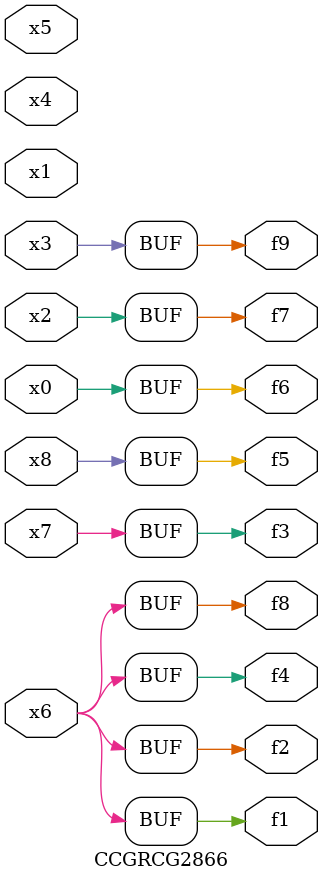
<source format=v>
module CCGRCG2866(
	input x0, x1, x2, x3, x4, x5, x6, x7, x8,
	output f1, f2, f3, f4, f5, f6, f7, f8, f9
);
	assign f1 = x6;
	assign f2 = x6;
	assign f3 = x7;
	assign f4 = x6;
	assign f5 = x8;
	assign f6 = x0;
	assign f7 = x2;
	assign f8 = x6;
	assign f9 = x3;
endmodule

</source>
